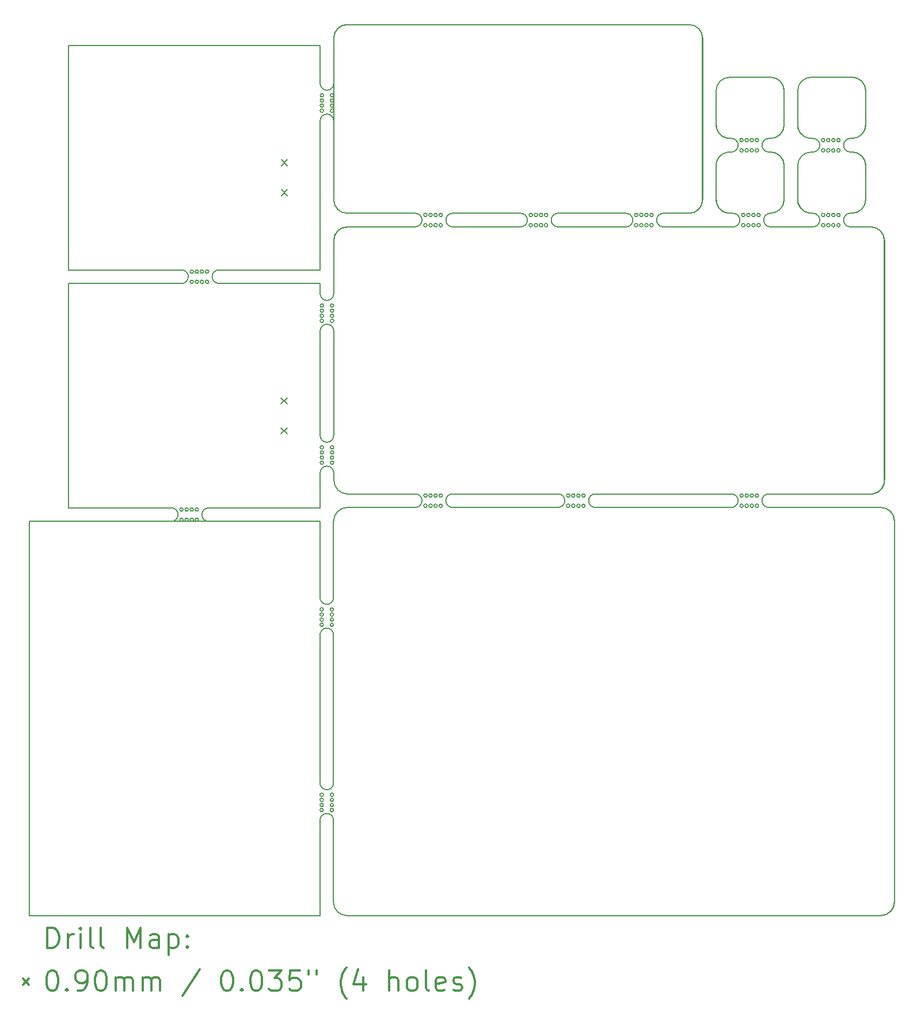
<source format=gbr>
%FSLAX45Y45*%
G04 Gerber Fmt 4.5, Leading zero omitted, Abs format (unit mm)*
G04 Created by KiCad (PCBNEW (2015-08-05 BZR 6055, Git fa29c62)-product) date 20/04/2016 17:38:01*
%MOMM*%
G01*
G04 APERTURE LIST*
%ADD10C,0.127000*%
%ADD11C,0.150000*%
%ADD12C,0.200000*%
%ADD13C,0.300000*%
G04 APERTURE END LIST*
D10*
D11*
X18197500Y-2622500D02*
X14500000Y-2622500D01*
X18197500Y-3177500D02*
X18197500Y-2622500D01*
X18197500Y-5922500D02*
X16710000Y-5922500D01*
X18197500Y-3732500D02*
X18197500Y-5922500D01*
X18197500Y-6272500D02*
X18197500Y-6122500D01*
X16710000Y-6122500D02*
X18197500Y-6122500D01*
X14500000Y-5922500D02*
X16157500Y-5922500D01*
X16157500Y-6122500D02*
X14497500Y-6122500D01*
X18397500Y-6270000D02*
X18397500Y-5490000D01*
X18397500Y-6822500D02*
X18397500Y-8355000D01*
X18197500Y-8355000D02*
X18197500Y-6822500D01*
X18197500Y-8907500D02*
X18197500Y-9420000D01*
X18400000Y-9017500D02*
X18400000Y-8910000D01*
X16007500Y-9420000D02*
X14497500Y-9420000D01*
X16837500Y-9420000D02*
X16557500Y-9420000D01*
X18197500Y-9420000D02*
X16837500Y-9420000D01*
X18596000Y-5290100D02*
G75*
G03X18396000Y-5490100I0J-200000D01*
G01*
X18195000Y-9620000D02*
X18195000Y-10740000D01*
X18395000Y-10737500D02*
X18395000Y-9612500D01*
X18195000Y-11290000D02*
X18195000Y-13465000D01*
X18395000Y-13465000D02*
X18395000Y-11287500D01*
X18195000Y-15417500D02*
X18195000Y-14012500D01*
X18395000Y-14012500D02*
X18395000Y-15215000D01*
X13922500Y-15417500D02*
X13922500Y-9620000D01*
X18195000Y-15417500D02*
X13922500Y-15417500D01*
X18195000Y-9620000D02*
X13922500Y-9620000D01*
X18297600Y-6721500D02*
G75*
G03X18197600Y-6821500I0J-100000D01*
G01*
X18397600Y-6821500D02*
G75*
G03X18297600Y-6721500I-100000J0D01*
G01*
X18247600Y-6671500D02*
G75*
G03X18247600Y-6671500I-25000J0D01*
G01*
X18247600Y-6596500D02*
G75*
G03X18247600Y-6596500I-25000J0D01*
G01*
X18247600Y-6521500D02*
G75*
G03X18247600Y-6521500I-25000J0D01*
G01*
X18247600Y-6446500D02*
G75*
G03X18247600Y-6446500I-25000J0D01*
G01*
X18397600Y-6671500D02*
G75*
G03X18397600Y-6671500I-25000J0D01*
G01*
X18397600Y-6596500D02*
G75*
G03X18397600Y-6596500I-25000J0D01*
G01*
X18397600Y-6521500D02*
G75*
G03X18397600Y-6521500I-25000J0D01*
G01*
X18397600Y-6446500D02*
G75*
G03X18397600Y-6446500I-25000J0D01*
G01*
X18197600Y-6271500D02*
G75*
G03X18297600Y-6371500I100000J0D01*
G01*
X18297600Y-6371500D02*
G75*
G03X18397600Y-6271500I0J100000D01*
G01*
X18297600Y-8456500D02*
G75*
G03X18397600Y-8356500I0J100000D01*
G01*
X18197600Y-8356500D02*
G75*
G03X18297600Y-8456500I100000J0D01*
G01*
X18397600Y-8531500D02*
G75*
G03X18397600Y-8531500I-25000J0D01*
G01*
X18397600Y-8606500D02*
G75*
G03X18397600Y-8606500I-25000J0D01*
G01*
X18397600Y-8681500D02*
G75*
G03X18397600Y-8681500I-25000J0D01*
G01*
X18397600Y-8756500D02*
G75*
G03X18397600Y-8756500I-25000J0D01*
G01*
X18247600Y-8531500D02*
G75*
G03X18247600Y-8531500I-25000J0D01*
G01*
X18247600Y-8606500D02*
G75*
G03X18247600Y-8606500I-25000J0D01*
G01*
X18247600Y-8681500D02*
G75*
G03X18247600Y-8681500I-25000J0D01*
G01*
X18247600Y-8756500D02*
G75*
G03X18247600Y-8756500I-25000J0D01*
G01*
X18397600Y-8906500D02*
G75*
G03X18297600Y-8806500I-100000J0D01*
G01*
X18297600Y-8806500D02*
G75*
G03X18197600Y-8906500I0J-100000D01*
G01*
X18297600Y-3631500D02*
G75*
G03X18197600Y-3731500I0J-100000D01*
G01*
X18397600Y-3731500D02*
G75*
G03X18297600Y-3631500I-100000J0D01*
G01*
X18247600Y-3581500D02*
G75*
G03X18247600Y-3581500I-25000J0D01*
G01*
X18247600Y-3506500D02*
G75*
G03X18247600Y-3506500I-25000J0D01*
G01*
X18247600Y-3431500D02*
G75*
G03X18247600Y-3431500I-25000J0D01*
G01*
X18247600Y-3356500D02*
G75*
G03X18247600Y-3356500I-25000J0D01*
G01*
X18397600Y-3581500D02*
G75*
G03X18397600Y-3581500I-25000J0D01*
G01*
X18397600Y-3506500D02*
G75*
G03X18397600Y-3506500I-25000J0D01*
G01*
X18397600Y-3431500D02*
G75*
G03X18397600Y-3431500I-25000J0D01*
G01*
X18397600Y-3356500D02*
G75*
G03X18397600Y-3356500I-25000J0D01*
G01*
X18197600Y-3181500D02*
G75*
G03X18297600Y-3281500I100000J0D01*
G01*
X18297600Y-3281500D02*
G75*
G03X18397600Y-3181500I0J100000D01*
G01*
X18295100Y-11189000D02*
G75*
G03X18195100Y-11289000I0J-100000D01*
G01*
X18395100Y-11289000D02*
G75*
G03X18295100Y-11189000I-100000J0D01*
G01*
X18245100Y-11139000D02*
G75*
G03X18245100Y-11139000I-25000J0D01*
G01*
X18245100Y-11064000D02*
G75*
G03X18245100Y-11064000I-25000J0D01*
G01*
X18245100Y-10989000D02*
G75*
G03X18245100Y-10989000I-25000J0D01*
G01*
X18245100Y-10914000D02*
G75*
G03X18245100Y-10914000I-25000J0D01*
G01*
X18395100Y-11139000D02*
G75*
G03X18395100Y-11139000I-25000J0D01*
G01*
X18395100Y-11064000D02*
G75*
G03X18395100Y-11064000I-25000J0D01*
G01*
X18395100Y-10989000D02*
G75*
G03X18395100Y-10989000I-25000J0D01*
G01*
X18395100Y-10914000D02*
G75*
G03X18395100Y-10914000I-25000J0D01*
G01*
X18195100Y-10739000D02*
G75*
G03X18295100Y-10839000I100000J0D01*
G01*
X18295100Y-10839000D02*
G75*
G03X18395100Y-10739000I0J100000D01*
G01*
X18295100Y-13564000D02*
G75*
G03X18395100Y-13464000I0J100000D01*
G01*
X18195100Y-13464000D02*
G75*
G03X18295100Y-13564000I100000J0D01*
G01*
X18395100Y-13639000D02*
G75*
G03X18395100Y-13639000I-25000J0D01*
G01*
X18395100Y-13714000D02*
G75*
G03X18395100Y-13714000I-25000J0D01*
G01*
X18395100Y-13789000D02*
G75*
G03X18395100Y-13789000I-25000J0D01*
G01*
X18395100Y-13864000D02*
G75*
G03X18395100Y-13864000I-25000J0D01*
G01*
X18245100Y-13639000D02*
G75*
G03X18245100Y-13639000I-25000J0D01*
G01*
X18245100Y-13714000D02*
G75*
G03X18245100Y-13714000I-25000J0D01*
G01*
X18245100Y-13789000D02*
G75*
G03X18245100Y-13789000I-25000J0D01*
G01*
X18245100Y-13864000D02*
G75*
G03X18245100Y-13864000I-25000J0D01*
G01*
X18395100Y-14014000D02*
G75*
G03X18295100Y-13914000I-100000J0D01*
G01*
X18295100Y-13914000D02*
G75*
G03X18195100Y-14014000I0J-100000D01*
G01*
X16258500Y-6022600D02*
G75*
G03X16158500Y-5922600I-100000J0D01*
G01*
X16158500Y-6122600D02*
G75*
G03X16258500Y-6022600I0J100000D01*
G01*
X16333500Y-5947600D02*
G75*
G03X16333500Y-5947600I-25000J0D01*
G01*
X16408500Y-5947600D02*
G75*
G03X16408500Y-5947600I-25000J0D01*
G01*
X16483500Y-5947600D02*
G75*
G03X16483500Y-5947600I-25000J0D01*
G01*
X16558500Y-5947600D02*
G75*
G03X16558500Y-5947600I-25000J0D01*
G01*
X16333500Y-6097600D02*
G75*
G03X16333500Y-6097600I-25000J0D01*
G01*
X16408500Y-6097600D02*
G75*
G03X16408500Y-6097600I-25000J0D01*
G01*
X16483500Y-6097600D02*
G75*
G03X16483500Y-6097600I-25000J0D01*
G01*
X16558500Y-6097600D02*
G75*
G03X16558500Y-6097600I-25000J0D01*
G01*
X16708500Y-5922600D02*
G75*
G03X16608500Y-6022600I0J-100000D01*
G01*
X16608500Y-6022600D02*
G75*
G03X16708500Y-6122600I100000J0D01*
G01*
X16458500Y-9520100D02*
G75*
G03X16558500Y-9620100I100000J0D01*
G01*
X16558500Y-9420100D02*
G75*
G03X16458500Y-9520100I0J-100000D01*
G01*
X16408500Y-9595100D02*
G75*
G03X16408500Y-9595100I-25000J0D01*
G01*
X16333500Y-9595100D02*
G75*
G03X16333500Y-9595100I-25000J0D01*
G01*
X16258500Y-9595100D02*
G75*
G03X16258500Y-9595100I-25000J0D01*
G01*
X16183500Y-9595100D02*
G75*
G03X16183500Y-9595100I-25000J0D01*
G01*
X16408500Y-9445100D02*
G75*
G03X16408500Y-9445100I-25000J0D01*
G01*
X16333500Y-9445100D02*
G75*
G03X16333500Y-9445100I-25000J0D01*
G01*
X16258500Y-9445100D02*
G75*
G03X16258500Y-9445100I-25000J0D01*
G01*
X16183500Y-9445100D02*
G75*
G03X16183500Y-9445100I-25000J0D01*
G01*
X16008500Y-9620100D02*
G75*
G03X16108500Y-9520100I0J100000D01*
G01*
X16108500Y-9520100D02*
G75*
G03X16008500Y-9420100I-100000J0D01*
G01*
X23246000Y-9415100D02*
X24246000Y-9415100D01*
X24246000Y-9215100D02*
X23246000Y-9215100D01*
X21146000Y-9415100D02*
X21696000Y-9415100D01*
X21696000Y-9215100D02*
X21146000Y-9215100D01*
X25421000Y-3090100D02*
X25446000Y-3090100D01*
X25421000Y-3090100D02*
G75*
G03X25221000Y-3290100I0J-200000D01*
G01*
X25446000Y-4190100D02*
X25421000Y-4190100D01*
X25421000Y-4190100D02*
G75*
G03X25221000Y-4390100I0J-200000D01*
G01*
X24196000Y-4190100D02*
X24246000Y-4190100D01*
X24196000Y-4190100D02*
G75*
G03X24021000Y-4415100I25000J-200000D01*
G01*
X24246000Y-3090100D02*
X24221000Y-3090100D01*
X24221000Y-3090100D02*
G75*
G03X24021000Y-3290100I0J-200000D01*
G01*
X24246000Y-3990100D02*
X24196000Y-3990100D01*
X24796000Y-4190100D02*
X24821000Y-4190100D01*
X24796000Y-3990100D02*
X24821000Y-3990100D01*
X25446000Y-3990100D02*
X25396000Y-3990100D01*
X26021000Y-3990100D02*
X25996000Y-3990100D01*
X26021000Y-4190100D02*
X25996000Y-4190100D01*
X25396000Y-5090100D02*
X25446000Y-5090100D01*
X25446000Y-5290100D02*
X24821000Y-5290100D01*
X25996000Y-5090100D02*
X26021000Y-5090100D01*
X26296000Y-5290100D02*
X25996000Y-5290100D01*
X24196000Y-5090100D02*
X24271000Y-5090100D01*
X23246000Y-5290100D02*
X23271000Y-5290100D01*
X23246000Y-5090100D02*
X23621000Y-5090100D01*
X25796000Y-9415100D02*
X26321000Y-9415100D01*
X26321000Y-9215100D02*
X25796000Y-9215100D01*
X26446000Y-9415100D02*
X26321000Y-9415100D01*
X24721000Y-5190100D02*
G75*
G03X24821000Y-5290100I100000J0D01*
G01*
X24821000Y-5090100D02*
G75*
G03X24721000Y-5190100I0J-100000D01*
G01*
X24671000Y-5265100D02*
G75*
G03X24671000Y-5265100I-25000J0D01*
G01*
X24596000Y-5265100D02*
G75*
G03X24596000Y-5265100I-25000J0D01*
G01*
X24521000Y-5265100D02*
G75*
G03X24521000Y-5265100I-25000J0D01*
G01*
X24446000Y-5265100D02*
G75*
G03X24446000Y-5265100I-25000J0D01*
G01*
X24671000Y-5115100D02*
G75*
G03X24671000Y-5115100I-25000J0D01*
G01*
X24596000Y-5115100D02*
G75*
G03X24596000Y-5115100I-25000J0D01*
G01*
X24521000Y-5115100D02*
G75*
G03X24521000Y-5115100I-25000J0D01*
G01*
X24446000Y-5115100D02*
G75*
G03X24446000Y-5115100I-25000J0D01*
G01*
X24271000Y-5290100D02*
G75*
G03X24371000Y-5190100I0J100000D01*
G01*
X24371000Y-5190100D02*
G75*
G03X24271000Y-5090100I-100000J0D01*
G01*
X24271000Y-5290100D02*
X23271000Y-5290100D01*
X25546000Y-4090100D02*
G75*
G03X25446000Y-3990100I-100000J0D01*
G01*
X25446000Y-4190100D02*
G75*
G03X25546000Y-4090100I0J100000D01*
G01*
X25621000Y-4015100D02*
G75*
G03X25621000Y-4015100I-25000J0D01*
G01*
X25696000Y-4015100D02*
G75*
G03X25696000Y-4015100I-25000J0D01*
G01*
X25771000Y-4015100D02*
G75*
G03X25771000Y-4015100I-25000J0D01*
G01*
X25846000Y-4015100D02*
G75*
G03X25846000Y-4015100I-25000J0D01*
G01*
X25621000Y-4165100D02*
G75*
G03X25621000Y-4165100I-25000J0D01*
G01*
X25696000Y-4165100D02*
G75*
G03X25696000Y-4165100I-25000J0D01*
G01*
X25771000Y-4165100D02*
G75*
G03X25771000Y-4165100I-25000J0D01*
G01*
X25846000Y-4165100D02*
G75*
G03X25846000Y-4165100I-25000J0D01*
G01*
X25996000Y-3990100D02*
G75*
G03X25896000Y-4090100I0J-100000D01*
G01*
X25896000Y-4090100D02*
G75*
G03X25996000Y-4190100I100000J0D01*
G01*
X25896000Y-5190100D02*
G75*
G03X25996000Y-5290100I100000J0D01*
G01*
X25996000Y-5090100D02*
G75*
G03X25896000Y-5190100I0J-100000D01*
G01*
X25846000Y-5265100D02*
G75*
G03X25846000Y-5265100I-25000J0D01*
G01*
X25771000Y-5265100D02*
G75*
G03X25771000Y-5265100I-25000J0D01*
G01*
X25696000Y-5265100D02*
G75*
G03X25696000Y-5265100I-25000J0D01*
G01*
X25621000Y-5265100D02*
G75*
G03X25621000Y-5265100I-25000J0D01*
G01*
X25846000Y-5115100D02*
G75*
G03X25846000Y-5115100I-25000J0D01*
G01*
X25771000Y-5115100D02*
G75*
G03X25771000Y-5115100I-25000J0D01*
G01*
X25696000Y-5115100D02*
G75*
G03X25696000Y-5115100I-25000J0D01*
G01*
X25621000Y-5115100D02*
G75*
G03X25621000Y-5115100I-25000J0D01*
G01*
X25446000Y-5290100D02*
G75*
G03X25546000Y-5190100I0J100000D01*
G01*
X25546000Y-5190100D02*
G75*
G03X25446000Y-5090100I-100000J0D01*
G01*
X25796000Y-9415100D02*
X24796000Y-9415100D01*
X24796000Y-9215100D02*
X25796000Y-9215100D01*
X22246000Y-9215100D02*
X23246000Y-9215100D01*
X23246000Y-9415100D02*
X22246000Y-9415100D01*
X24346000Y-9315100D02*
G75*
G03X24246000Y-9215100I-100000J0D01*
G01*
X24246000Y-9415100D02*
G75*
G03X24346000Y-9315100I0J100000D01*
G01*
X24421000Y-9240100D02*
G75*
G03X24421000Y-9240100I-25000J0D01*
G01*
X24496000Y-9240100D02*
G75*
G03X24496000Y-9240100I-25000J0D01*
G01*
X24571000Y-9240100D02*
G75*
G03X24571000Y-9240100I-25000J0D01*
G01*
X24646000Y-9240100D02*
G75*
G03X24646000Y-9240100I-25000J0D01*
G01*
X24421000Y-9390100D02*
G75*
G03X24421000Y-9390100I-25000J0D01*
G01*
X24496000Y-9390100D02*
G75*
G03X24496000Y-9390100I-25000J0D01*
G01*
X24571000Y-9390100D02*
G75*
G03X24571000Y-9390100I-25000J0D01*
G01*
X24646000Y-9390100D02*
G75*
G03X24646000Y-9390100I-25000J0D01*
G01*
X24796000Y-9215100D02*
G75*
G03X24696000Y-9315100I0J-100000D01*
G01*
X24696000Y-9315100D02*
G75*
G03X24796000Y-9415100I100000J0D01*
G01*
X22146000Y-9315100D02*
G75*
G03X22246000Y-9415100I100000J0D01*
G01*
X22246000Y-9215100D02*
G75*
G03X22146000Y-9315100I0J-100000D01*
G01*
X22096000Y-9390100D02*
G75*
G03X22096000Y-9390100I-25000J0D01*
G01*
X22021000Y-9390100D02*
G75*
G03X22021000Y-9390100I-25000J0D01*
G01*
X21946000Y-9390100D02*
G75*
G03X21946000Y-9390100I-25000J0D01*
G01*
X21871000Y-9390100D02*
G75*
G03X21871000Y-9390100I-25000J0D01*
G01*
X22096000Y-9240100D02*
G75*
G03X22096000Y-9240100I-25000J0D01*
G01*
X22021000Y-9240100D02*
G75*
G03X22021000Y-9240100I-25000J0D01*
G01*
X21946000Y-9240100D02*
G75*
G03X21946000Y-9240100I-25000J0D01*
G01*
X21871000Y-9240100D02*
G75*
G03X21871000Y-9240100I-25000J0D01*
G01*
X21696000Y-9415100D02*
G75*
G03X21796000Y-9315100I0J100000D01*
G01*
X21796000Y-9315100D02*
G75*
G03X21696000Y-9215100I-100000J0D01*
G01*
X21696000Y-9415100D02*
X20696000Y-9415100D01*
X20696000Y-9215100D02*
X21696000Y-9215100D01*
X18596000Y-9215100D02*
X19596000Y-9215100D01*
X19596000Y-9415100D02*
X18596000Y-9415100D01*
X19696000Y-9315100D02*
G75*
G03X19596000Y-9215100I-100000J0D01*
G01*
X19596000Y-9415100D02*
G75*
G03X19696000Y-9315100I0J100000D01*
G01*
X19771000Y-9240100D02*
G75*
G03X19771000Y-9240100I-25000J0D01*
G01*
X19846000Y-9240100D02*
G75*
G03X19846000Y-9240100I-25000J0D01*
G01*
X19921000Y-9240100D02*
G75*
G03X19921000Y-9240100I-25000J0D01*
G01*
X19996000Y-9240100D02*
G75*
G03X19996000Y-9240100I-25000J0D01*
G01*
X19771000Y-9390100D02*
G75*
G03X19771000Y-9390100I-25000J0D01*
G01*
X19846000Y-9390100D02*
G75*
G03X19846000Y-9390100I-25000J0D01*
G01*
X19921000Y-9390100D02*
G75*
G03X19921000Y-9390100I-25000J0D01*
G01*
X19996000Y-9390100D02*
G75*
G03X19996000Y-9390100I-25000J0D01*
G01*
X20146000Y-9215100D02*
G75*
G03X20046000Y-9315100I0J-100000D01*
G01*
X20046000Y-9315100D02*
G75*
G03X20146000Y-9415100I100000J0D01*
G01*
X21146000Y-9415100D02*
X20146000Y-9415100D01*
X20146000Y-9215100D02*
X21146000Y-9215100D01*
X20146000Y-5090100D02*
X21146000Y-5090100D01*
X21146000Y-5290100D02*
X20146000Y-5290100D01*
X21246000Y-5190100D02*
G75*
G03X21146000Y-5090100I-100000J0D01*
G01*
X21146000Y-5290100D02*
G75*
G03X21246000Y-5190100I0J100000D01*
G01*
X21321000Y-5115100D02*
G75*
G03X21321000Y-5115100I-25000J0D01*
G01*
X21396000Y-5115100D02*
G75*
G03X21396000Y-5115100I-25000J0D01*
G01*
X21471000Y-5115100D02*
G75*
G03X21471000Y-5115100I-25000J0D01*
G01*
X21546000Y-5115100D02*
G75*
G03X21546000Y-5115100I-25000J0D01*
G01*
X21321000Y-5265100D02*
G75*
G03X21321000Y-5265100I-25000J0D01*
G01*
X21396000Y-5265100D02*
G75*
G03X21396000Y-5265100I-25000J0D01*
G01*
X21471000Y-5265100D02*
G75*
G03X21471000Y-5265100I-25000J0D01*
G01*
X21546000Y-5265100D02*
G75*
G03X21546000Y-5265100I-25000J0D01*
G01*
X21696000Y-5090100D02*
G75*
G03X21596000Y-5190100I0J-100000D01*
G01*
X21596000Y-5190100D02*
G75*
G03X21696000Y-5290100I100000J0D01*
G01*
X20046000Y-5190100D02*
G75*
G03X20146000Y-5290100I100000J0D01*
G01*
X20146000Y-5090100D02*
G75*
G03X20046000Y-5190100I0J-100000D01*
G01*
X19996000Y-5265100D02*
G75*
G03X19996000Y-5265100I-25000J0D01*
G01*
X19921000Y-5265100D02*
G75*
G03X19921000Y-5265100I-25000J0D01*
G01*
X19846000Y-5265100D02*
G75*
G03X19846000Y-5265100I-25000J0D01*
G01*
X19771000Y-5265100D02*
G75*
G03X19771000Y-5265100I-25000J0D01*
G01*
X19996000Y-5115100D02*
G75*
G03X19996000Y-5115100I-25000J0D01*
G01*
X19921000Y-5115100D02*
G75*
G03X19921000Y-5115100I-25000J0D01*
G01*
X19846000Y-5115100D02*
G75*
G03X19846000Y-5115100I-25000J0D01*
G01*
X19771000Y-5115100D02*
G75*
G03X19771000Y-5115100I-25000J0D01*
G01*
X19596000Y-5290100D02*
G75*
G03X19696000Y-5190100I0J100000D01*
G01*
X19696000Y-5190100D02*
G75*
G03X19596000Y-5090100I-100000J0D01*
G01*
X19596000Y-5290100D02*
X18596000Y-5290100D01*
X18596000Y-5090100D02*
X19596000Y-5090100D01*
X21696000Y-5090100D02*
X22696000Y-5090100D01*
X22696000Y-5290100D02*
X21696000Y-5290100D01*
X22796000Y-5190100D02*
G75*
G03X22696000Y-5090100I-100000J0D01*
G01*
X22696000Y-5290100D02*
G75*
G03X22796000Y-5190100I0J100000D01*
G01*
X22871000Y-5115100D02*
G75*
G03X22871000Y-5115100I-25000J0D01*
G01*
X22946000Y-5115100D02*
G75*
G03X22946000Y-5115100I-25000J0D01*
G01*
X23021000Y-5115100D02*
G75*
G03X23021000Y-5115100I-25000J0D01*
G01*
X23096000Y-5115100D02*
G75*
G03X23096000Y-5115100I-25000J0D01*
G01*
X22871000Y-5265100D02*
G75*
G03X22871000Y-5265100I-25000J0D01*
G01*
X22946000Y-5265100D02*
G75*
G03X22946000Y-5265100I-25000J0D01*
G01*
X23021000Y-5265100D02*
G75*
G03X23021000Y-5265100I-25000J0D01*
G01*
X23096000Y-5265100D02*
G75*
G03X23096000Y-5265100I-25000J0D01*
G01*
X23246000Y-5090100D02*
G75*
G03X23146000Y-5190100I0J-100000D01*
G01*
X23146000Y-5190100D02*
G75*
G03X23246000Y-5290100I100000J0D01*
G01*
X24696000Y-4090100D02*
G75*
G03X24796000Y-4190100I100000J0D01*
G01*
X24796000Y-3990100D02*
G75*
G03X24696000Y-4090100I0J-100000D01*
G01*
X24646000Y-4165100D02*
G75*
G03X24646000Y-4165100I-25000J0D01*
G01*
X24571000Y-4165100D02*
G75*
G03X24571000Y-4165100I-25000J0D01*
G01*
X24496000Y-4165100D02*
G75*
G03X24496000Y-4165100I-25000J0D01*
G01*
X24421000Y-4165100D02*
G75*
G03X24421000Y-4165100I-25000J0D01*
G01*
X24646000Y-4015100D02*
G75*
G03X24646000Y-4015100I-25000J0D01*
G01*
X24571000Y-4015100D02*
G75*
G03X24571000Y-4015100I-25000J0D01*
G01*
X24496000Y-4015100D02*
G75*
G03X24496000Y-4015100I-25000J0D01*
G01*
X24421000Y-4015100D02*
G75*
G03X24421000Y-4015100I-25000J0D01*
G01*
X24246000Y-4190100D02*
G75*
G03X24346000Y-4090100I0J100000D01*
G01*
X24346000Y-4090100D02*
G75*
G03X24246000Y-3990100I-100000J0D01*
G01*
X26646000Y-9615100D02*
X26646000Y-15215100D01*
X26446000Y-15415100D02*
X18596000Y-15415100D01*
X26446000Y-15415100D02*
G75*
G03X26646000Y-15215100I0J200000D01*
G01*
X26646000Y-9615100D02*
G75*
G03X26446000Y-9415100I-200000J0D01*
G01*
X18596000Y-9415100D02*
G75*
G03X18396000Y-9615100I0J-200000D01*
G01*
X23821000Y-2515100D02*
X23821000Y-4890100D01*
X18596000Y-2315100D02*
X23621000Y-2315100D01*
X18396000Y-4890100D02*
X18396000Y-2515100D01*
X23621000Y-5090100D02*
G75*
G03X23821000Y-4890100I0J200000D01*
G01*
X18396000Y-4890100D02*
G75*
G03X18596000Y-5090100I200000J0D01*
G01*
X18596000Y-2315100D02*
G75*
G03X18396000Y-2515100I0J-200000D01*
G01*
X23821000Y-2515100D02*
G75*
G03X23621000Y-2315100I-200000J0D01*
G01*
X26496000Y-8990100D02*
X26496000Y-5490100D01*
X26496000Y-5490100D02*
G75*
G03X26296000Y-5290100I-200000J0D01*
G01*
X26321000Y-9215100D02*
G75*
G03X26496000Y-8990100I-25000J200000D01*
G01*
X24021000Y-4365100D02*
X24021000Y-4865100D01*
X25021000Y-4890100D02*
X25021000Y-4390100D01*
X25021000Y-4390100D02*
G75*
G03X24821000Y-4190100I-200000J0D01*
G01*
X24821000Y-5090100D02*
G75*
G03X25021000Y-4890100I0J200000D01*
G01*
X24021000Y-4865100D02*
G75*
G03X24196000Y-5090100I200000J-25000D01*
G01*
X25221000Y-4365100D02*
X25221000Y-4865100D01*
X26221000Y-4890100D02*
X26221000Y-4390100D01*
X26221000Y-4390100D02*
G75*
G03X26021000Y-4190100I-200000J0D01*
G01*
X26021000Y-5090100D02*
G75*
G03X26221000Y-4890100I0J200000D01*
G01*
X25221000Y-4865100D02*
G75*
G03X25396000Y-5090100I200000J-25000D01*
G01*
X24021000Y-3265100D02*
X24021000Y-3765100D01*
X24821000Y-3090100D02*
X24246000Y-3090100D01*
X25021000Y-3790100D02*
X25021000Y-3290100D01*
X25021000Y-3290100D02*
G75*
G03X24821000Y-3090100I-200000J0D01*
G01*
X24821000Y-3990100D02*
G75*
G03X25021000Y-3790100I0J200000D01*
G01*
X24021000Y-3765100D02*
G75*
G03X24196000Y-3990100I200000J-25000D01*
G01*
X25221000Y-3265100D02*
X25221000Y-3765100D01*
X26021000Y-3090100D02*
X25446000Y-3090100D01*
X26221000Y-3790100D02*
X26221000Y-3290100D01*
X26221000Y-3290100D02*
G75*
G03X26021000Y-3090100I-200000J0D01*
G01*
X26021000Y-3990100D02*
G75*
G03X26221000Y-3790100I0J200000D01*
G01*
X25221000Y-3765100D02*
G75*
G03X25396000Y-3990100I200000J-25000D01*
G01*
X26642800Y-9614950D02*
X26642800Y-15214950D01*
X26442800Y-15414950D02*
X18592800Y-15414950D01*
X26442800Y-15414950D02*
G75*
G03X26642800Y-15214950I0J200000D01*
G01*
X26642800Y-9614950D02*
G75*
G03X26442800Y-9414950I-200000J0D01*
G01*
X18392800Y-15214950D02*
G75*
G03X18592800Y-15414950I200000J0D01*
G01*
X26499700Y-8991400D02*
X26499700Y-5491400D01*
X26499700Y-5491400D02*
G75*
G03X26299700Y-5291400I-200000J0D01*
G01*
X26324700Y-9216400D02*
G75*
G03X26499700Y-8991400I-25000J200000D01*
G01*
X18399700Y-9016400D02*
G75*
G03X18599700Y-9216400I200000J0D01*
G01*
X18599700Y-5291400D02*
G75*
G03X18399700Y-5491400I0J-200000D01*
G01*
X23823900Y-2516500D02*
X23823900Y-4891500D01*
X18598900Y-2316500D02*
X23623900Y-2316500D01*
X18398900Y-4891500D02*
X18398900Y-2516500D01*
X23623900Y-5091500D02*
G75*
G03X23823900Y-4891500I0J200000D01*
G01*
X18398900Y-4891500D02*
G75*
G03X18598900Y-5091500I200000J0D01*
G01*
X18598900Y-2316500D02*
G75*
G03X18398900Y-2516500I0J-200000D01*
G01*
X23823900Y-2516500D02*
G75*
G03X23623900Y-2316500I-200000J0D01*
G01*
X24023350Y-4363150D02*
X24023350Y-4863150D01*
X25023350Y-4888150D02*
X25023350Y-4388150D01*
X25023350Y-4388150D02*
G75*
G03X24823350Y-4188150I-200000J0D01*
G01*
X24823350Y-5088150D02*
G75*
G03X25023350Y-4888150I0J200000D01*
G01*
X24023350Y-4863150D02*
G75*
G03X24198350Y-5088150I200000J-25000D01*
G01*
X25223500Y-3264600D02*
X25223500Y-3764600D01*
X26023500Y-3089600D02*
X25448500Y-3089600D01*
X26223500Y-3789600D02*
X26223500Y-3289600D01*
X26223500Y-3289600D02*
G75*
G03X26023500Y-3089600I-200000J0D01*
G01*
X26023500Y-3989600D02*
G75*
G03X26223500Y-3789600I0J200000D01*
G01*
X25223500Y-3764600D02*
G75*
G03X25398500Y-3989600I200000J-25000D01*
G01*
X25223500Y-4363150D02*
X25223500Y-4863150D01*
X26223500Y-4888150D02*
X26223500Y-4388150D01*
X26223500Y-4388150D02*
G75*
G03X26023500Y-4188150I-200000J0D01*
G01*
X26023500Y-5088150D02*
G75*
G03X26223500Y-4888150I0J200000D01*
G01*
X25223500Y-4863150D02*
G75*
G03X25398500Y-5088150I200000J-25000D01*
G01*
X24023350Y-3264600D02*
X24023350Y-3764600D01*
X24823350Y-3089600D02*
X24248350Y-3089600D01*
X25023350Y-3789600D02*
X25023350Y-3289600D01*
X25023350Y-3289600D02*
G75*
G03X24823350Y-3089600I-200000J0D01*
G01*
X24823350Y-3989600D02*
G75*
G03X25023350Y-3789600I0J200000D01*
G01*
X24023350Y-3764600D02*
G75*
G03X24198350Y-3989600I200000J-25000D01*
G01*
X26642800Y-9614950D02*
X26642800Y-15214950D01*
X26442800Y-15414950D02*
X18592800Y-15414950D01*
X26442800Y-15414950D02*
G75*
G03X26642800Y-15214950I0J200000D01*
G01*
X26642800Y-9614950D02*
G75*
G03X26442800Y-9414950I-200000J0D01*
G01*
X18392800Y-15214950D02*
G75*
G03X18592800Y-15414950I200000J0D01*
G01*
X14496250Y-6121250D02*
X14496250Y-9421250D01*
X14500000Y-2622500D02*
X14500000Y-5922500D01*
D12*
X17623650Y-7802050D02*
X17713650Y-7892050D01*
X17713650Y-7802050D02*
X17623650Y-7892050D01*
X17623650Y-8242050D02*
X17713650Y-8332050D01*
X17713650Y-8242050D02*
X17623650Y-8332050D01*
X17627400Y-4303300D02*
X17717400Y-4393300D01*
X17717400Y-4303300D02*
X17627400Y-4393300D01*
X17627400Y-4743300D02*
X17717400Y-4833300D01*
X17717400Y-4743300D02*
X17627400Y-4833300D01*
D13*
X14186428Y-15890714D02*
X14186428Y-15590714D01*
X14257857Y-15590714D01*
X14300714Y-15605000D01*
X14329286Y-15633571D01*
X14343571Y-15662143D01*
X14357857Y-15719286D01*
X14357857Y-15762143D01*
X14343571Y-15819286D01*
X14329286Y-15847857D01*
X14300714Y-15876429D01*
X14257857Y-15890714D01*
X14186428Y-15890714D01*
X14486428Y-15890714D02*
X14486428Y-15690714D01*
X14486428Y-15747857D02*
X14500714Y-15719286D01*
X14515000Y-15705000D01*
X14543571Y-15690714D01*
X14572143Y-15690714D01*
X14672143Y-15890714D02*
X14672143Y-15690714D01*
X14672143Y-15590714D02*
X14657857Y-15605000D01*
X14672143Y-15619286D01*
X14686428Y-15605000D01*
X14672143Y-15590714D01*
X14672143Y-15619286D01*
X14857857Y-15890714D02*
X14829286Y-15876429D01*
X14815000Y-15847857D01*
X14815000Y-15590714D01*
X15015000Y-15890714D02*
X14986428Y-15876429D01*
X14972143Y-15847857D01*
X14972143Y-15590714D01*
X15357857Y-15890714D02*
X15357857Y-15590714D01*
X15457857Y-15805000D01*
X15557857Y-15590714D01*
X15557857Y-15890714D01*
X15829286Y-15890714D02*
X15829286Y-15733571D01*
X15815000Y-15705000D01*
X15786428Y-15690714D01*
X15729286Y-15690714D01*
X15700714Y-15705000D01*
X15829286Y-15876429D02*
X15800714Y-15890714D01*
X15729286Y-15890714D01*
X15700714Y-15876429D01*
X15686428Y-15847857D01*
X15686428Y-15819286D01*
X15700714Y-15790714D01*
X15729286Y-15776429D01*
X15800714Y-15776429D01*
X15829286Y-15762143D01*
X15972143Y-15690714D02*
X15972143Y-15990714D01*
X15972143Y-15705000D02*
X16000714Y-15690714D01*
X16057857Y-15690714D01*
X16086428Y-15705000D01*
X16100714Y-15719286D01*
X16115000Y-15747857D01*
X16115000Y-15833571D01*
X16100714Y-15862143D01*
X16086428Y-15876429D01*
X16057857Y-15890714D01*
X16000714Y-15890714D01*
X15972143Y-15876429D01*
X16243571Y-15862143D02*
X16257857Y-15876429D01*
X16243571Y-15890714D01*
X16229286Y-15876429D01*
X16243571Y-15862143D01*
X16243571Y-15890714D01*
X16243571Y-15705000D02*
X16257857Y-15719286D01*
X16243571Y-15733571D01*
X16229286Y-15719286D01*
X16243571Y-15705000D01*
X16243571Y-15733571D01*
X13825000Y-16340000D02*
X13915000Y-16430000D01*
X13915000Y-16340000D02*
X13825000Y-16430000D01*
X14243571Y-16220714D02*
X14272143Y-16220714D01*
X14300714Y-16235000D01*
X14315000Y-16249286D01*
X14329286Y-16277857D01*
X14343571Y-16335000D01*
X14343571Y-16406429D01*
X14329286Y-16463571D01*
X14315000Y-16492143D01*
X14300714Y-16506429D01*
X14272143Y-16520714D01*
X14243571Y-16520714D01*
X14215000Y-16506429D01*
X14200714Y-16492143D01*
X14186428Y-16463571D01*
X14172143Y-16406429D01*
X14172143Y-16335000D01*
X14186428Y-16277857D01*
X14200714Y-16249286D01*
X14215000Y-16235000D01*
X14243571Y-16220714D01*
X14472143Y-16492143D02*
X14486428Y-16506429D01*
X14472143Y-16520714D01*
X14457857Y-16506429D01*
X14472143Y-16492143D01*
X14472143Y-16520714D01*
X14629286Y-16520714D02*
X14686428Y-16520714D01*
X14715000Y-16506429D01*
X14729286Y-16492143D01*
X14757857Y-16449286D01*
X14772143Y-16392143D01*
X14772143Y-16277857D01*
X14757857Y-16249286D01*
X14743571Y-16235000D01*
X14715000Y-16220714D01*
X14657857Y-16220714D01*
X14629286Y-16235000D01*
X14615000Y-16249286D01*
X14600714Y-16277857D01*
X14600714Y-16349286D01*
X14615000Y-16377857D01*
X14629286Y-16392143D01*
X14657857Y-16406429D01*
X14715000Y-16406429D01*
X14743571Y-16392143D01*
X14757857Y-16377857D01*
X14772143Y-16349286D01*
X14957857Y-16220714D02*
X14986428Y-16220714D01*
X15015000Y-16235000D01*
X15029286Y-16249286D01*
X15043571Y-16277857D01*
X15057857Y-16335000D01*
X15057857Y-16406429D01*
X15043571Y-16463571D01*
X15029286Y-16492143D01*
X15015000Y-16506429D01*
X14986428Y-16520714D01*
X14957857Y-16520714D01*
X14929286Y-16506429D01*
X14915000Y-16492143D01*
X14900714Y-16463571D01*
X14886428Y-16406429D01*
X14886428Y-16335000D01*
X14900714Y-16277857D01*
X14915000Y-16249286D01*
X14929286Y-16235000D01*
X14957857Y-16220714D01*
X15186428Y-16520714D02*
X15186428Y-16320714D01*
X15186428Y-16349286D02*
X15200714Y-16335000D01*
X15229286Y-16320714D01*
X15272143Y-16320714D01*
X15300714Y-16335000D01*
X15315000Y-16363571D01*
X15315000Y-16520714D01*
X15315000Y-16363571D02*
X15329286Y-16335000D01*
X15357857Y-16320714D01*
X15400714Y-16320714D01*
X15429286Y-16335000D01*
X15443571Y-16363571D01*
X15443571Y-16520714D01*
X15586428Y-16520714D02*
X15586428Y-16320714D01*
X15586428Y-16349286D02*
X15600714Y-16335000D01*
X15629286Y-16320714D01*
X15672143Y-16320714D01*
X15700714Y-16335000D01*
X15715000Y-16363571D01*
X15715000Y-16520714D01*
X15715000Y-16363571D02*
X15729286Y-16335000D01*
X15757857Y-16320714D01*
X15800714Y-16320714D01*
X15829286Y-16335000D01*
X15843571Y-16363571D01*
X15843571Y-16520714D01*
X16429286Y-16206429D02*
X16172143Y-16592143D01*
X16815000Y-16220714D02*
X16843571Y-16220714D01*
X16872143Y-16235000D01*
X16886428Y-16249286D01*
X16900714Y-16277857D01*
X16915000Y-16335000D01*
X16915000Y-16406429D01*
X16900714Y-16463571D01*
X16886428Y-16492143D01*
X16872143Y-16506429D01*
X16843571Y-16520714D01*
X16815000Y-16520714D01*
X16786428Y-16506429D01*
X16772143Y-16492143D01*
X16757857Y-16463571D01*
X16743571Y-16406429D01*
X16743571Y-16335000D01*
X16757857Y-16277857D01*
X16772143Y-16249286D01*
X16786428Y-16235000D01*
X16815000Y-16220714D01*
X17043571Y-16492143D02*
X17057857Y-16506429D01*
X17043571Y-16520714D01*
X17029286Y-16506429D01*
X17043571Y-16492143D01*
X17043571Y-16520714D01*
X17243571Y-16220714D02*
X17272143Y-16220714D01*
X17300714Y-16235000D01*
X17315000Y-16249286D01*
X17329286Y-16277857D01*
X17343571Y-16335000D01*
X17343571Y-16406429D01*
X17329286Y-16463571D01*
X17315000Y-16492143D01*
X17300714Y-16506429D01*
X17272143Y-16520714D01*
X17243571Y-16520714D01*
X17215000Y-16506429D01*
X17200714Y-16492143D01*
X17186428Y-16463571D01*
X17172143Y-16406429D01*
X17172143Y-16335000D01*
X17186428Y-16277857D01*
X17200714Y-16249286D01*
X17215000Y-16235000D01*
X17243571Y-16220714D01*
X17443571Y-16220714D02*
X17629286Y-16220714D01*
X17529286Y-16335000D01*
X17572143Y-16335000D01*
X17600714Y-16349286D01*
X17615000Y-16363571D01*
X17629286Y-16392143D01*
X17629286Y-16463571D01*
X17615000Y-16492143D01*
X17600714Y-16506429D01*
X17572143Y-16520714D01*
X17486428Y-16520714D01*
X17457857Y-16506429D01*
X17443571Y-16492143D01*
X17900714Y-16220714D02*
X17757857Y-16220714D01*
X17743571Y-16363571D01*
X17757857Y-16349286D01*
X17786428Y-16335000D01*
X17857857Y-16335000D01*
X17886428Y-16349286D01*
X17900714Y-16363571D01*
X17915000Y-16392143D01*
X17915000Y-16463571D01*
X17900714Y-16492143D01*
X17886428Y-16506429D01*
X17857857Y-16520714D01*
X17786428Y-16520714D01*
X17757857Y-16506429D01*
X17743571Y-16492143D01*
X18029286Y-16220714D02*
X18029286Y-16277857D01*
X18143571Y-16220714D02*
X18143571Y-16277857D01*
X18586428Y-16635000D02*
X18572143Y-16620714D01*
X18543571Y-16577857D01*
X18529286Y-16549286D01*
X18515000Y-16506429D01*
X18500714Y-16435000D01*
X18500714Y-16377857D01*
X18515000Y-16306429D01*
X18529286Y-16263571D01*
X18543571Y-16235000D01*
X18572143Y-16192143D01*
X18586428Y-16177857D01*
X18829286Y-16320714D02*
X18829286Y-16520714D01*
X18757857Y-16206429D02*
X18686428Y-16420714D01*
X18872143Y-16420714D01*
X19215000Y-16520714D02*
X19215000Y-16220714D01*
X19343571Y-16520714D02*
X19343571Y-16363571D01*
X19329286Y-16335000D01*
X19300714Y-16320714D01*
X19257857Y-16320714D01*
X19229286Y-16335000D01*
X19215000Y-16349286D01*
X19529286Y-16520714D02*
X19500714Y-16506429D01*
X19486428Y-16492143D01*
X19472143Y-16463571D01*
X19472143Y-16377857D01*
X19486428Y-16349286D01*
X19500714Y-16335000D01*
X19529286Y-16320714D01*
X19572143Y-16320714D01*
X19600714Y-16335000D01*
X19615000Y-16349286D01*
X19629286Y-16377857D01*
X19629286Y-16463571D01*
X19615000Y-16492143D01*
X19600714Y-16506429D01*
X19572143Y-16520714D01*
X19529286Y-16520714D01*
X19800714Y-16520714D02*
X19772143Y-16506429D01*
X19757857Y-16477857D01*
X19757857Y-16220714D01*
X20029286Y-16506429D02*
X20000714Y-16520714D01*
X19943571Y-16520714D01*
X19915000Y-16506429D01*
X19900714Y-16477857D01*
X19900714Y-16363571D01*
X19915000Y-16335000D01*
X19943571Y-16320714D01*
X20000714Y-16320714D01*
X20029286Y-16335000D01*
X20043571Y-16363571D01*
X20043571Y-16392143D01*
X19900714Y-16420714D01*
X20157857Y-16506429D02*
X20186429Y-16520714D01*
X20243571Y-16520714D01*
X20272143Y-16506429D01*
X20286429Y-16477857D01*
X20286429Y-16463571D01*
X20272143Y-16435000D01*
X20243571Y-16420714D01*
X20200714Y-16420714D01*
X20172143Y-16406429D01*
X20157857Y-16377857D01*
X20157857Y-16363571D01*
X20172143Y-16335000D01*
X20200714Y-16320714D01*
X20243571Y-16320714D01*
X20272143Y-16335000D01*
X20386428Y-16635000D02*
X20400714Y-16620714D01*
X20429286Y-16577857D01*
X20443571Y-16549286D01*
X20457857Y-16506429D01*
X20472143Y-16435000D01*
X20472143Y-16377857D01*
X20457857Y-16306429D01*
X20443571Y-16263571D01*
X20429286Y-16235000D01*
X20400714Y-16192143D01*
X20386428Y-16177857D01*
M02*

</source>
